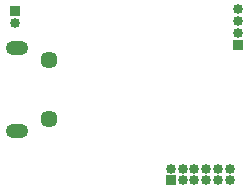
<source format=gbs>
G04 #@! TF.GenerationSoftware,KiCad,Pcbnew,8.0.3*
G04 #@! TF.CreationDate,2024-06-18T15:01:00-07:00*
G04 #@! TF.ProjectId,lora2040,6c6f7261-3230-4343-902e-6b696361645f,rev?*
G04 #@! TF.SameCoordinates,Original*
G04 #@! TF.FileFunction,Soldermask,Bot*
G04 #@! TF.FilePolarity,Negative*
%FSLAX46Y46*%
G04 Gerber Fmt 4.6, Leading zero omitted, Abs format (unit mm)*
G04 Created by KiCad (PCBNEW 8.0.3) date 2024-06-18 15:01:00*
%MOMM*%
%LPD*%
G01*
G04 APERTURE LIST*
%ADD10R,0.850000X0.850000*%
%ADD11O,0.850000X0.850000*%
%ADD12O,1.900000X1.200000*%
%ADD13C,1.450000*%
G04 APERTURE END LIST*
D10*
X133985000Y-94996000D03*
D11*
X133985000Y-95996000D03*
D10*
X147193000Y-109347000D03*
D11*
X147193000Y-108347000D03*
X148193000Y-109347000D03*
X148193000Y-108347000D03*
X149193000Y-109347000D03*
X149193000Y-108347000D03*
X150193000Y-109347000D03*
X150193000Y-108347000D03*
X151193000Y-109347000D03*
X151193000Y-108347000D03*
X152193000Y-109347000D03*
X152193000Y-108347000D03*
D10*
X152857200Y-97869000D03*
D11*
X152857200Y-96869000D03*
X152857200Y-95869000D03*
X152857200Y-94869000D03*
D12*
X134180600Y-98130000D03*
D13*
X136880600Y-99130000D03*
X136880600Y-104130000D03*
D12*
X134180600Y-105130000D03*
M02*

</source>
